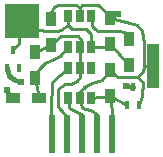
<source format=gbr>
G04 #@! TF.GenerationSoftware,KiCad,Pcbnew,(5.0.1)-3*
G04 #@! TF.CreationDate,2018-11-02T11:31:52-07:00*
G04 #@! TF.ProjectId,SMOL,534D4F4C2E6B696361645F7063620000,rev?*
G04 #@! TF.SameCoordinates,Original*
G04 #@! TF.FileFunction,Copper,L1,Top,Signal*
G04 #@! TF.FilePolarity,Positive*
%FSLAX46Y46*%
G04 Gerber Fmt 4.6, Leading zero omitted, Abs format (unit mm)*
G04 Created by KiCad (PCBNEW (5.0.1)-3) date 11/2/2018 11:31:52 AM*
%MOMM*%
%LPD*%
G01*
G04 APERTURE LIST*
G04 #@! TA.AperFunction,SMDPad,CuDef*
%ADD10R,0.700000X1.000000*%
G04 #@! TD*
G04 #@! TA.AperFunction,SMDPad,CuDef*
%ADD11R,0.900000X1.200000*%
G04 #@! TD*
G04 #@! TA.AperFunction,SMDPad,CuDef*
%ADD12R,1.200000X0.900000*%
G04 #@! TD*
G04 #@! TA.AperFunction,SMDPad,CuDef*
%ADD13R,0.400000X0.710000*%
G04 #@! TD*
G04 #@! TA.AperFunction,SMDPad,CuDef*
%ADD14R,3.000000X3.000000*%
G04 #@! TD*
G04 #@! TA.AperFunction,SMDPad,CuDef*
%ADD15R,1.000000X3.810000*%
G04 #@! TD*
G04 #@! TA.AperFunction,SMDPad,CuDef*
%ADD16R,0.508000X3.302000*%
G04 #@! TD*
G04 #@! TA.AperFunction,ViaPad*
%ADD17C,0.609600*%
G04 #@! TD*
G04 #@! TA.AperFunction,Conductor*
%ADD18C,0.254000*%
G04 #@! TD*
G04 #@! TA.AperFunction,Conductor*
%ADD19C,0.406400*%
G04 #@! TD*
G04 APERTURE END LIST*
D10*
G04 #@! TO.P,U1,1*
G04 #@! TO.N,Net-(L1-Pad2)*
X102307000Y-96176000D03*
G04 #@! TO.P,U1,2*
G04 #@! TO.N,/Anode*
X101357000Y-96176000D03*
G04 #@! TO.P,U1,3*
G04 #@! TO.N,/Cathode*
X100407000Y-96176000D03*
G04 #@! TO.P,U1,4*
G04 #@! TO.N,Net-(R1-Pad2)*
X100407000Y-98776000D03*
G04 #@! TO.P,U1,6*
G04 #@! TO.N,/Cathode*
X102307000Y-98776000D03*
G04 #@! TO.P,U1,5*
G04 #@! TO.N,/\03BCC_Vcc*
X101357000Y-98776000D03*
G04 #@! TD*
G04 #@! TO.P,U2,5*
G04 #@! TO.N,/\03BCC_Vcc*
X101357000Y-100524000D03*
G04 #@! TO.P,U2,6*
G04 #@! TO.N,Net-(U2-Pad6)*
X100407000Y-100524000D03*
G04 #@! TO.P,U2,4*
G04 #@! TO.N,N/C*
X102307000Y-100524000D03*
G04 #@! TO.P,U2,3*
G04 #@! TO.N,Net-(Q1-Pad1)*
X102307000Y-103124000D03*
G04 #@! TO.P,U2,2*
G04 #@! TO.N,/Anode*
X101357000Y-103124000D03*
G04 #@! TO.P,U2,1*
G04 #@! TO.N,Net-(U2-Pad1)*
X100407000Y-103124000D03*
G04 #@! TD*
D11*
G04 #@! TO.P,3,1*
G04 #@! TO.N,/Anode*
X103897000Y-100724000D03*
G04 #@! TO.P,3,2*
G04 #@! TO.N,Net-(Q1-Pad1)*
X103897000Y-102924000D03*
G04 #@! TD*
G04 #@! TO.P,L,1*
G04 #@! TO.N,/Cathode*
X105525000Y-100275000D03*
G04 #@! TO.P,L,2*
G04 #@! TO.N,Net-(L1-Pad2)*
X105525000Y-98075000D03*
G04 #@! TD*
G04 #@! TO.P,C,1*
G04 #@! TO.N,/Cathode*
X103897000Y-98522000D03*
G04 #@! TO.P,C,2*
G04 #@! TO.N,/Anode*
X103897000Y-96322000D03*
G04 #@! TD*
D12*
G04 #@! TO.P,2,2*
G04 #@! TO.N,/Anode*
X95750000Y-103050000D03*
G04 #@! TO.P,2,1*
G04 #@! TO.N,Net-(R1-Pad2)*
X97950000Y-103050000D03*
G04 #@! TD*
D11*
G04 #@! TO.P,C,1*
G04 #@! TO.N,/\03BCC_Vcc*
X98969400Y-98606000D03*
G04 #@! TO.P,C,2*
G04 #@! TO.N,/Anode*
X98969400Y-96406000D03*
G04 #@! TD*
G04 #@! TO.P,1,1*
G04 #@! TO.N,/\03BCC_Vcc*
X97600000Y-99200001D03*
G04 #@! TO.P,1,2*
G04 #@! TO.N,Net-(R1-Pad2)*
X97600000Y-101399999D03*
G04 #@! TD*
D13*
G04 #@! TO.P,Q,3*
G04 #@! TO.N,/Spring_Contact*
X105900000Y-102155000D03*
G04 #@! TO.P,Q,2*
G04 #@! TO.N,/Anode*
X106400000Y-103645000D03*
G04 #@! TO.P,Q,1*
G04 #@! TO.N,Net-(Q1-Pad1)*
X105400000Y-103645000D03*
G04 #@! TD*
D14*
G04 #@! TO.P,TP1,1*
G04 #@! TO.N,/Cathode*
X96500000Y-96600000D03*
G04 #@! TD*
D15*
G04 #@! TO.P,TP2,1*
G04 #@! TO.N,/Anode*
X107600000Y-100400000D03*
G04 #@! TD*
D13*
G04 #@! TO.P,D,1*
G04 #@! TO.N,/Spring_Contact*
X95200000Y-100545000D03*
G04 #@! TO.P,D,2*
G04 #@! TO.N,N/C*
X96200000Y-100545000D03*
G04 #@! TO.P,D,3*
G04 #@! TO.N,/Cathode*
X95700000Y-99055000D03*
G04 #@! TD*
D16*
G04 #@! TO.P,J1,1*
G04 #@! TO.N,Net-(U2-Pad6)*
X99060000Y-106108500D03*
G04 #@! TO.P,J1,2*
G04 #@! TO.N,/\03BCC_Vcc*
X100330000Y-106108500D03*
G04 #@! TO.P,J1,3*
G04 #@! TO.N,Net-(U2-Pad1)*
X101600000Y-106108500D03*
G04 #@! TO.P,J1,4*
G04 #@! TO.N,/Anode*
X102870000Y-106108500D03*
G04 #@! TO.P,J1,5*
G04 #@! TO.N,Net-(Q1-Pad1)*
X104140000Y-106108500D03*
G04 #@! TD*
D17*
G04 #@! TO.N,/Anode*
X104600000Y-96000000D03*
X95250000Y-102400000D03*
G04 #@! TO.N,/Spring_Contact*
X105300000Y-102100000D03*
X96400000Y-101750000D03*
G04 #@! TD*
D18*
G04 #@! TO.N,/Cathode*
X100407000Y-96930000D02*
X100729000Y-97252000D01*
X100407000Y-96176000D02*
X100407000Y-96930000D01*
X102307000Y-98022000D02*
X102307000Y-98776000D01*
X102307000Y-97694000D02*
X102307000Y-98022000D01*
X101865000Y-97252000D02*
X102307000Y-97694000D01*
X100729000Y-97252000D02*
X101865000Y-97252000D01*
X103643000Y-98776000D02*
X103897000Y-98522000D01*
X102307000Y-98776000D02*
X103643000Y-98776000D01*
X103897000Y-98522000D02*
X105525000Y-100275000D01*
X100407000Y-96930000D02*
X99800000Y-97300000D01*
X97900000Y-97300000D02*
X96150000Y-96575000D01*
X98600000Y-97400000D02*
X97900000Y-97300000D01*
X99400000Y-97400000D02*
X98600000Y-97400000D01*
X99800000Y-97300000D02*
X99400000Y-97400000D01*
X95700000Y-99055000D02*
X96200000Y-98400000D01*
X96200000Y-98400000D02*
X96150000Y-96575000D01*
G04 #@! TO.N,/Anode*
X101357000Y-95422000D02*
X101357000Y-96176000D01*
X103897000Y-96172000D02*
X103897000Y-96322000D01*
X102945000Y-95220000D02*
X103897000Y-96172000D01*
X101559000Y-95220000D02*
X102945000Y-95220000D01*
X101357000Y-95422000D02*
X101559000Y-95220000D01*
X101357000Y-102459000D02*
X101695667Y-102205000D01*
X103262000Y-101570000D02*
X103897000Y-100724000D01*
X102373000Y-101824000D02*
X103262000Y-101570000D01*
X101865000Y-102078000D02*
X102373000Y-101824000D01*
X101695667Y-102205000D02*
X101865000Y-102078000D01*
X101674500Y-102205000D02*
X101695667Y-102205000D01*
X101743080Y-102169440D02*
X101674500Y-102205000D01*
X101357000Y-103124000D02*
X101357000Y-102459000D01*
X101357000Y-95422000D02*
X101075000Y-95200000D01*
X98950000Y-95800000D02*
X98969400Y-96406000D01*
X99225000Y-95400000D02*
X98950000Y-95800000D01*
X99550000Y-95225000D02*
X99225000Y-95400000D01*
X101075000Y-95200000D02*
X99550000Y-95225000D01*
X107600000Y-100400000D02*
X106800000Y-100400000D01*
X105600000Y-96700000D02*
X103897000Y-96322000D01*
X106800000Y-100400000D02*
X106800000Y-98400000D01*
X106800000Y-98400000D02*
X106600000Y-97400000D01*
X106600000Y-97400000D02*
X106200000Y-96900000D01*
X106200000Y-96900000D02*
X105600000Y-96700000D01*
X103897000Y-100724000D02*
X104600000Y-101300000D01*
X106700000Y-100900000D02*
X106800000Y-100400000D01*
X106200000Y-101300000D02*
X106700000Y-100900000D01*
X105100000Y-101300000D02*
X106200000Y-101300000D01*
X104600000Y-101300000D02*
X105100000Y-101300000D01*
X106400000Y-103645000D02*
X106600000Y-102900000D01*
X106700000Y-101700000D02*
X106200000Y-101300000D01*
X106600000Y-102900000D02*
X106700000Y-101700000D01*
X102870000Y-106489500D02*
X102850000Y-104450000D01*
X101550000Y-103900000D02*
X101357000Y-103124000D01*
X102200000Y-104100000D02*
X101550000Y-103900000D01*
X102850000Y-104450000D02*
X102200000Y-104100000D01*
X95750000Y-103050000D02*
X95250000Y-102400000D01*
X104600000Y-96000000D02*
X103897000Y-96322000D01*
G04 #@! TO.N,/\03BCC_Vcc*
X101357000Y-98776000D02*
X101357000Y-100778000D01*
X98969400Y-98606000D02*
X99750000Y-97810000D01*
X101450000Y-98160000D02*
X101357000Y-98776000D01*
X101240000Y-97870000D02*
X101450000Y-98160000D01*
X100300000Y-97810000D02*
X101240000Y-97870000D01*
X99750000Y-97810000D02*
X100300000Y-97810000D01*
X98969400Y-98606000D02*
X97600000Y-99200001D01*
X100330000Y-106489500D02*
X100350000Y-104850000D01*
X101350000Y-101300000D02*
X101357000Y-100524000D01*
X101100000Y-101650000D02*
X101350000Y-101300000D01*
X100650000Y-101900000D02*
X101100000Y-101650000D01*
X100100000Y-101900000D02*
X100650000Y-101900000D01*
X99500000Y-102300000D02*
X100100000Y-101900000D01*
X99500000Y-103100000D02*
X99500000Y-102300000D01*
X99500000Y-103750000D02*
X99500000Y-103100000D01*
X99600000Y-103950000D02*
X99500000Y-103750000D01*
X99850000Y-104150000D02*
X99600000Y-103950000D01*
X100350000Y-104850000D02*
X99850000Y-104150000D01*
G04 #@! TO.N,Net-(L1-Pad2)*
X102307000Y-96176000D02*
X102400000Y-96950000D01*
X102400000Y-96950000D02*
X102625000Y-97250000D01*
X102625000Y-97250000D02*
X102925000Y-97375000D01*
X102925000Y-97375000D02*
X103525000Y-97400000D01*
X103525000Y-97400000D02*
X104650000Y-97400000D01*
X104650000Y-97400000D02*
X105100000Y-97475000D01*
X105100000Y-97475000D02*
X105525000Y-98075000D01*
D19*
G04 #@! TO.N,/Spring_Contact*
X105900000Y-102155000D02*
X105300000Y-102100000D01*
X95200000Y-100545000D02*
X95350000Y-101250000D01*
X95850000Y-101550000D02*
X96400000Y-101750000D01*
X95350000Y-101250000D02*
X95850000Y-101550000D01*
D18*
G04 #@! TO.N,Net-(R1-Pad2)*
X100407000Y-98814000D02*
X100407000Y-98776000D01*
X100407000Y-98776000D02*
X99700000Y-99500000D01*
X98400000Y-100100000D02*
X97900000Y-100600000D01*
X99200000Y-99800000D02*
X98400000Y-100100000D01*
X99700000Y-99500000D02*
X99200000Y-99800000D01*
X97900000Y-100600000D02*
X97600000Y-101399999D01*
X97950000Y-103050000D02*
X97600000Y-101399999D01*
G04 #@! TO.N,Net-(U2-Pad1)*
X101600000Y-106489500D02*
X101600000Y-104600000D01*
X100407000Y-103124000D02*
X100500000Y-103900000D01*
X101600000Y-104450000D02*
X101600000Y-106108500D01*
X101300000Y-104350000D02*
X101600000Y-104450000D01*
X100500000Y-103900000D02*
X101300000Y-104350000D01*
G04 #@! TO.N,Net-(U2-Pad6)*
X100407000Y-100524000D02*
X99700000Y-101100000D01*
X98950000Y-104100000D02*
X99060000Y-106489500D01*
X99050000Y-101700000D02*
X98950000Y-104100000D01*
X99700000Y-101100000D02*
X99050000Y-101700000D01*
G04 #@! TO.N,Net-(Q1-Pad1)*
X102307000Y-103124000D02*
X103897000Y-102924000D01*
X103897000Y-102924000D02*
X105400000Y-103645000D01*
X104140000Y-106489500D02*
X104100000Y-104200000D01*
X104100000Y-104200000D02*
X103897000Y-102924000D01*
G04 #@! TD*
M02*

</source>
